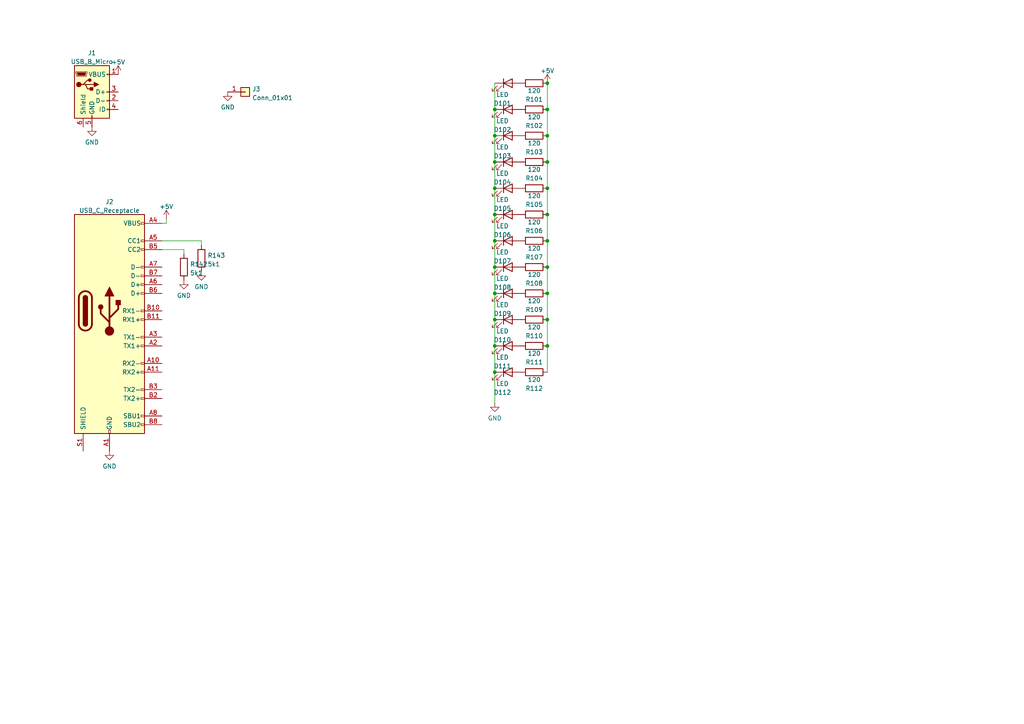
<source format=kicad_sch>
(kicad_sch (version 20211123) (generator eeschema)
  (paper "A4")
  (lib_symbols
    (symbol "Connector:USB_B_Micro" (pin_names (offset 1.016))
      (property "Reference" "J" (at -5.08 11.43 0))
      (property "Value" "USB_B_Micro" (at -5.08 8.89 0))
      (symbol "USB_B_Micro_0_1"
        (rectangle (start -5.08 -7.62) (end 5.08 7.62) (stroke (width 0.254)) (fill (type background)))
        (circle (center -3.81 2.159) (radius 0.635) (stroke (width 0.254)) (fill (type outline)))
        (circle (center -0.635 3.429) (radius 0.381) (stroke (width 0.254)) (fill (type outline)))
        (rectangle (start -0.127 -7.62) (end 0.127 -6.858))
        (polyline (pts (xy -1.905 2.159) (xy 0.635 2.159)) (stroke (width 0.254)))
        (polyline (pts (xy -3.175 2.159) (xy -2.54 2.159) (xy -1.27 3.429) (xy -0.635 3.429)) (stroke (width 0.254)))
        (polyline (pts (xy -2.54 2.159) (xy -1.905 2.159) (xy -1.27 0.889) (xy 0 0.889)) (stroke (width 0.254)))
        (polyline (pts (xy 0.635 2.794) (xy 0.635 1.524) (xy 1.905 2.159) (xy 0.635 2.794)) (stroke (width 0.254)) (fill (type outline)))
        (polyline (pts (xy -4.318 5.588) (xy -1.778 5.588) (xy -2.032 4.826) (xy -4.064 4.826) (xy -4.318 5.588)) (fill (type outline)))
        (polyline (pts (xy -4.699 5.842) (xy -4.699 5.588) (xy -4.445 4.826) (xy -4.445 4.572) (xy -1.651 4.572) (xy -1.651 4.826) (xy -1.397 5.588) (xy -1.397 5.842) (xy -4.699 5.842)))
        (rectangle (start 0.254 1.27) (end -0.508 0.508) (stroke (width 0.254)) (fill (type outline)))
        (rectangle (start 5.08 -5.207) (end 4.318 -4.953))
        (rectangle (start 5.08 -2.667) (end 4.318 -2.413))
        (rectangle (start 5.08 -0.127) (end 4.318 0.127))
        (rectangle (start 5.08 4.953) (end 4.318 5.207))
      )
      (symbol "USB_B_Micro_1_1"
        (pin power_out line (at 7.62 5.08 180) (length 2.54) (name "VBUS") (number "1"))
        (pin bidirectional line (at 7.62 -2.54 180) (length 2.54) (name "D-") (number "2"))
        (pin bidirectional line (at 7.62 0 180) (length 2.54) (name "D+") (number "3"))
        (pin passive line (at 7.62 -5.08 180) (length 2.54) (name "ID") (number "4"))
        (pin power_out line (at 0 -10.16 90) (length 2.54) (name "GND") (number "5"))
        (pin passive line (at -2.54 -10.16 90) (length 2.54) (name "Shield") (number "6"))
      )
    )
    (symbol "Connector:USB_C_Receptacle" (pin_names (offset 1.016))
      (property "Reference" "J" (at -10.16 29.21 0))
      (property "Value" "USB_C_Receptacle" (at 10.16 29.21 0))
      (symbol "USB_C_Receptacle_0_0"
        (rectangle (start -0.254 -35.56) (end 0.254 -34.544))
        (rectangle (start 10.16 -32.766) (end 9.144 -33.274))
        (rectangle (start 10.16 -30.226) (end 9.144 -30.734))
        (rectangle (start 10.16 -25.146) (end 9.144 -25.654))
        (rectangle (start 10.16 -22.606) (end 9.144 -23.114))
        (rectangle (start 10.16 -17.526) (end 9.144 -18.034))
        (rectangle (start 10.16 -14.986) (end 9.144 -15.494))
        (rectangle (start 10.16 -9.906) (end 9.144 -10.414))
        (rectangle (start 10.16 -7.366) (end 9.144 -7.874))
        (rectangle (start 10.16 -2.286) (end 9.144 -2.794))
        (rectangle (start 10.16 0.254) (end 9.144 -0.254))
        (rectangle (start 10.16 5.334) (end 9.144 4.826))
        (rectangle (start 10.16 7.874) (end 9.144 7.366))
        (rectangle (start 10.16 10.414) (end 9.144 9.906))
        (rectangle (start 10.16 12.954) (end 9.144 12.446))
        (rectangle (start 10.16 18.034) (end 9.144 17.526))
        (rectangle (start 10.16 20.574) (end 9.144 20.066))
        (rectangle (start 10.16 25.654) (end 9.144 25.146))
      )
      (symbol "USB_C_Receptacle_0_1"
        (rectangle (start -10.16 27.94) (end 10.16 -35.56) (stroke (width 0.254)) (fill (type background)))
        (arc (start -8.89 -3.81) (mid -6.985 -5.715) (end -5.08 -3.81) (stroke (width 0.508)))
        (arc (start -7.62 -3.81) (mid -6.985 -4.445) (end -6.35 -3.81) (stroke (width 0.254)))
        (arc (start -7.62 -3.81) (mid -6.985 -4.445) (end -6.35 -3.81) (stroke (width 0.254)) (fill (type outline)))
        (rectangle (start -7.62 -3.81) (end -6.35 3.81) (stroke (width 0.254)) (fill (type outline)))
        (arc (start -6.35 3.81) (mid -6.985 4.445) (end -7.62 3.81) (stroke (width 0.254)))
        (arc (start -6.35 3.81) (mid -6.985 4.445) (end -7.62 3.81) (stroke (width 0.254)) (fill (type outline)))
        (arc (start -5.08 3.81) (mid -6.985 5.715) (end -8.89 3.81) (stroke (width 0.508)))
        (polyline (pts (xy -8.89 -3.81) (xy -8.89 3.81)) (stroke (width 0.508)))
        (polyline (pts (xy -5.08 3.81) (xy -5.08 -3.81)) (stroke (width 0.508)))
      )
      (symbol "USB_C_Receptacle_1_1"
        (circle (center -2.54 1.143) (radius 0.635) (stroke (width 0.254)) (fill (type outline)))
        (circle (center 0 -5.842) (radius 1.27) (fill (type outline)))
        (polyline (pts (xy 0 -5.842) (xy 0 4.318)) (stroke (width 0.508)))
        (polyline (pts (xy 0 -3.302) (xy -2.54 -0.762) (xy -2.54 0.508)) (stroke (width 0.508)))
        (polyline (pts (xy 0 -2.032) (xy 2.54 0.508) (xy 2.54 1.778)) (stroke (width 0.508)))
        (polyline (pts (xy -1.27 4.318) (xy 0 6.858) (xy 1.27 4.318) (xy -1.27 4.318)) (stroke (width 0.254)) (fill (type outline)))
        (rectangle (start 1.905 1.778) (end 3.175 3.048) (stroke (width 0.254)) (fill (type outline)))
        (pin passive line (at 0 -40.64 90) (length 5.08) (name "GND") (number "A1"))
        (pin bidirectional line (at 15.24 -15.24 180) (length 5.08) (name "RX2-") (number "A10"))
        (pin bidirectional line (at 15.24 -17.78 180) (length 5.08) (name "RX2+") (number "A11"))
        (pin passive line (at 0 -40.64 90) (length 5.08) hide (name "GND") (number "A12"))
        (pin bidirectional line (at 15.24 -10.16 180) (length 5.08) (name "TX1+") (number "A2"))
        (pin bidirectional line (at 15.24 -7.62 180) (length 5.08) (name "TX1-") (number "A3"))
        (pin passive line (at 15.24 25.4 180) (length 5.08) (name "VBUS") (number "A4"))
        (pin bidirectional line (at 15.24 20.32 180) (length 5.08) (name "CC1") (number "A5"))
        (pin bidirectional line (at 15.24 7.62 180) (length 5.08) (name "D+") (number "A6"))
        (pin bidirectional line (at 15.24 12.7 180) (length 5.08) (name "D-") (number "A7"))
        (pin bidirectional line (at 15.24 -30.48 180) (length 5.08) (name "SBU1") (number "A8"))
        (pin passive line (at 15.24 25.4 180) (length 5.08) hide (name "VBUS") (number "A9"))
        (pin passive line (at 0 -40.64 90) (length 5.08) hide (name "GND") (number "B1"))
        (pin bidirectional line (at 15.24 0 180) (length 5.08) (name "RX1-") (number "B10"))
        (pin bidirectional line (at 15.24 -2.54 180) (length 5.08) (name "RX1+") (number "B11"))
        (pin passive line (at 0 -40.64 90) (length 5.08) hide (name "GND") (number "B12"))
        (pin bidirectional line (at 15.24 -25.4 180) (length 5.08) (name "TX2+") (number "B2"))
        (pin bidirectional line (at 15.24 -22.86 180) (length 5.08) (name "TX2-") (number "B3"))
        (pin passive line (at 15.24 25.4 180) (length 5.08) hide (name "VBUS") (number "B4"))
        (pin bidirectional line (at 15.24 17.78 180) (length 5.08) (name "CC2") (number "B5"))
        (pin bidirectional line (at 15.24 5.08 180) (length 5.08) (name "D+") (number "B6"))
        (pin bidirectional line (at 15.24 10.16 180) (length 5.08) (name "D-") (number "B7"))
        (pin bidirectional line (at 15.24 -33.02 180) (length 5.08) (name "SBU2") (number "B8"))
        (pin passive line (at 15.24 25.4 180) (length 5.08) hide (name "VBUS") (number "B9"))
        (pin passive line (at -7.62 -40.64 90) (length 5.08) (name "SHIELD") (number "S1"))
      )
    )
    (symbol "Connector_Generic:Conn_01x01" (pin_names (offset 1.016) hide)
      (property "Reference" "J" (at 0 2.54 0))
      (property "Value" "Conn_01x01" (at 0 -2.54 0))
      (symbol "Conn_01x01_1_1"
        (rectangle (start -1.27 0.127) (end 0 -0.127) (stroke (width 0.1524)))
        (rectangle (start -1.27 1.27) (end 1.27 -1.27) (stroke (width 0.254)) (fill (type background)))
        (pin passive line (at -5.08 0 0) (length 3.81) (name "Pin_1") (number "1"))
      )
    )
    (symbol "Device:LED" (pin_numbers hide) (pin_names (offset 1.016) hide)
      (property "Reference" "D" (at 0 2.54 0))
      (property "Value" "LED" (at 0 -2.54 0))
      (symbol "LED_0_1"
        (polyline (pts (xy -1.27 -1.27) (xy -1.27 1.27)) (stroke (width 0.254)))
        (polyline (pts (xy -1.27 0) (xy 1.27 0)))
        (polyline (pts (xy 1.27 -1.27) (xy 1.27 1.27) (xy -1.27 0) (xy 1.27 -1.27)) (stroke (width 0.254)))
        (polyline (pts (xy -3.048 -0.762) (xy -4.572 -2.286) (xy -3.81 -2.286) (xy -4.572 -2.286) (xy -4.572 -1.524)))
        (polyline (pts (xy -1.778 -0.762) (xy -3.302 -2.286) (xy -2.54 -2.286) (xy -3.302 -2.286) (xy -3.302 -1.524)))
      )
      (symbol "LED_1_1"
        (pin passive line (at -3.81 0 0) (length 2.54) (name "K") (number "1"))
        (pin passive line (at 3.81 0 180) (length 2.54) (name "A") (number "2"))
      )
    )
    (symbol "Device:R" (pin_numbers hide) (pin_names (offset 0))
      (property "Reference" "R" (at 2.032 0 90))
      (property "Value" "R" (at 0 0 90))
      (symbol "R_0_1"
        (rectangle (start -1.016 -2.54) (end 1.016 2.54) (stroke (width 0.254)))
      )
      (symbol "R_1_1"
        (pin passive line (at 0 3.81 270) (length 1.27) (name "~") (number "1"))
        (pin passive line (at 0 -3.81 90) (length 1.27) (name "~") (number "2"))
      )
    )
    (symbol "power:+5V" (power) (pin_names (offset 0))
      (property "Value" "+5V" (at 0 3.556 0))
      (symbol "+5V_0_1"
        (polyline (pts (xy -0.762 1.27) (xy 0 2.54)))
        (polyline (pts (xy 0 0) (xy 0 2.54)))
        (polyline (pts (xy 0 2.54) (xy 0.762 1.27)))
      )
      (symbol "+5V_1_1"
        (pin power_in line (at 0 0 90) (length 0) hide (name "+5V") (number "1"))
      )
    )
    (symbol "power:GND" (power) (pin_names (offset 0))
      (property "Value" "GND" (at 0 -3.81 0))
      (symbol "GND_0_1"
        (polyline (pts (xy 0 0) (xy 0 -1.27) (xy 1.27 -1.27) (xy 0 -2.54) (xy -1.27 -1.27) (xy 0 -1.27)))
      )
      (symbol "GND_1_1"
        (pin power_in line (at 0 0 270) (length 0) hide (name "GND") (number "1"))
      )
    )
  )
  (junction (at 143.51 46.99))
  (junction (at 143.51 92.71))
  (junction (at 158.75 39.37))
  (junction (at 158.75 100.33))
  (junction (at 143.51 107.95))
  (junction (at 158.75 62.23))
  (junction (at 158.75 31.75))
  (junction (at 158.75 92.71))
  (junction (at 143.51 39.37))
  (junction (at 158.75 77.47))
  (junction (at 143.51 62.23))
  (junction (at 158.75 54.61))
  (junction (at 158.75 85.09))
  (junction (at 143.51 100.33))
  (junction (at 143.51 69.85))
  (junction (at 143.51 54.61))
  (junction (at 158.75 69.85))
  (junction (at 158.75 46.99))
  (junction (at 143.51 77.47))
  (junction (at 143.51 31.75))
  (junction (at 158.75 24.13))
  (junction (at 143.51 85.09))
  (wire (pts (xy 158.75 31.75) (xy 158.75 39.37)))
  (wire (pts (xy 143.51 107.95) (xy 143.51 116.84)))
  (wire (pts (xy 46.99 64.77) (xy 48.26 64.77)))
  (wire (pts (xy 58.42 69.85) (xy 58.42 71.12)))
  (wire (pts (xy 158.75 85.09) (xy 158.75 92.71)))
  (wire (pts (xy 158.75 92.71) (xy 158.75 100.33)))
  (wire (pts (xy 143.51 85.09) (xy 143.51 92.71)))
  (wire (pts (xy 158.75 100.33) (xy 158.75 107.95)))
  (wire (pts (xy 143.51 31.75) (xy 143.51 39.37)))
  (wire (pts (xy 158.75 54.61) (xy 158.75 62.23)))
  (wire (pts (xy 143.51 54.61) (xy 143.51 62.23)))
  (wire (pts (xy 143.51 39.37) (xy 143.51 46.99)))
  (wire (pts (xy 143.51 62.23) (xy 143.51 69.85)))
  (wire (pts (xy 143.51 100.33) (xy 143.51 107.95)))
  (wire (pts (xy 53.34 72.39) (xy 53.34 73.66)))
  (wire (pts (xy 158.75 39.37) (xy 158.75 46.99)))
  (wire (pts (xy 46.99 69.85) (xy 58.42 69.85)))
  (wire (pts (xy 158.75 77.47) (xy 158.75 85.09)))
  (wire (pts (xy 158.75 62.23) (xy 158.75 69.85)))
  (wire (pts (xy 158.75 24.13) (xy 158.75 31.75)))
  (wire (pts (xy 143.51 24.13) (xy 143.51 31.75)))
  (wire (pts (xy 48.26 63.5) (xy 48.26 64.77)))
  (wire (pts (xy 143.51 77.47) (xy 143.51 85.09)))
  (wire (pts (xy 143.51 46.99) (xy 143.51 54.61)))
  (wire (pts (xy 46.99 72.39) (xy 53.34 72.39)))
  (wire (pts (xy 143.51 92.71) (xy 143.51 100.33)))
  (wire (pts (xy 143.51 69.85) (xy 143.51 77.47)))
  (wire (pts (xy 158.75 46.99) (xy 158.75 54.61)))
  (wire (pts (xy 158.75 69.85) (xy 158.75 77.47)))
  (symbol (lib_id "Device:LED") (at 147.32 85.09 0) (unit 1)
    (property "Reference" "D109" (at 145.7325 90.9488 0))
    (property "Value" "LED" (at 145.7325 88.4119 0))
    (property "Footprint" "meteopress:D_0802_side_woSilk_C965872" (effects hide))
    (property "LCSC" "C965872" (effects hide))
  )
  (symbol (lib_id "Connector_Generic:Conn_01x01") (at 71.12 26.67 0) (unit 1)
    (property "Reference" "J3" (at 73.152 25.8353 0) (effects (justify left)))
    (property "Value" "Conn_01x01" (at 73.152 28.3722 0) (effects (justify left)))
    (property "Footprint" "meteopress:MeteopressLogo_Bare_Inv_60x6" (effects hide))
  )
  (symbol (lib_id "Device:R") (at 58.42 74.93 180) (unit 1)
    (property "Reference" "R143" (at 60.198 74.0953 0) (effects (justify right)))
    (property "Value" "5k1" (at 60.198 76.6322 0) (effects (justify right)))
    (property "Footprint" "meteopress:D_0402_woSilk" (effects hide))
    (property "LCSC" "C144745" (effects hide))
  )
  (symbol (lib_id "power:GND") (at 53.34 81.28 0) (unit 1)
    (property "Reference" "#PWR0107" (effects hide))
    (property "Value" "GND" (at 53.34 85.7234 0))
  )
  (symbol (lib_id "power:+5V") (at 48.26 63.5 0) (unit 1)
    (property "Reference" "#PWR0103" (effects hide))
    (property "Value" "+5V" (at 48.26 59.9242 0))
  )
  (symbol (lib_id "power:GND") (at 58.42 78.74 0) (unit 1)
    (property "Reference" "#PWR01" (effects hide))
    (property "Value" "GND" (at 58.42 83.1834 0))
  )
  (symbol (lib_id "Device:R") (at 154.94 31.75 90) (unit 1)
    (property "Reference" "R102" (at 154.94 36.4658 90))
    (property "Value" "120" (at 154.94 33.9289 90))
    (property "Footprint" "meteopress:R_0201_woSilk" (effects hide))
    (property "LCSC" "C226406" (effects hide))
  )
  (symbol (lib_id "Device:LED") (at 147.32 24.13 0) (unit 1)
    (property "Reference" "D101" (at 145.7325 29.9888 0))
    (property "Value" "LED" (at 145.7325 27.4519 0))
    (property "Footprint" "meteopress:D_0802_side_woSilk_C965872" (effects hide))
    (property "LCSC" "C965872" (effects hide))
  )
  (symbol (lib_id "Device:R") (at 154.94 54.61 90) (unit 1)
    (property "Reference" "R105" (at 154.94 59.3258 90))
    (property "Value" "120" (at 154.94 56.7889 90))
    (property "Footprint" "meteopress:R_0201_woSilk" (effects hide))
    (property "LCSC" "C226406" (effects hide))
  )
  (symbol (lib_id "power:GND") (at 26.67 36.83 0) (unit 1)
    (property "Reference" "#PWR0102" (effects hide))
    (property "Value" "GND" (at 26.67 41.2734 0))
  )
  (symbol (lib_id "power:GND") (at 143.51 116.84 0) (unit 1)
    (property "Reference" "#PWR0106" (effects hide))
    (property "Value" "GND" (at 143.51 121.2834 0))
  )
  (symbol (lib_id "Device:LED") (at 147.32 39.37 0) (unit 1)
    (property "Reference" "D103" (at 145.7325 45.2288 0))
    (property "Value" "LED" (at 145.7325 42.6919 0))
    (property "Footprint" "meteopress:D_0802_side_woSilk_C965872" (effects hide))
    (property "LCSC" "C965872" (effects hide))
  )
  (symbol (lib_id "Connector:USB_B_Micro") (at 26.67 26.67 0) (unit 1)
    (property "Reference" "J1" (at 26.67 15.3502 0))
    (property "Value" "USB_B_Micro" (at 26.67 17.8871 0))
    (property "Footprint" "meteopress:PCB-USB-micro" (effects hide))
  )
  (symbol (lib_id "Device:R") (at 154.94 107.95 90) (unit 1)
    (property "Reference" "R112" (at 154.94 112.6658 90))
    (property "Value" "120" (at 154.94 110.1289 90))
    (property "Footprint" "meteopress:R_0201_woSilk" (effects hide))
    (property "LCSC" "C226406" (effects hide))
  )
  (symbol (lib_id "power:+5V") (at 158.75 24.13 0) (unit 1)
    (property "Reference" "#PWR0105" (effects hide))
    (property "Value" "+5V" (at 158.75 20.5542 0))
  )
  (symbol (lib_id "Device:R") (at 154.94 85.09 90) (unit 1)
    (property "Reference" "R109" (at 154.94 89.8058 90))
    (property "Value" "120" (at 154.94 87.2689 90))
    (property "Footprint" "meteopress:R_0201_woSilk" (effects hide))
    (property "LCSC" "C226406" (effects hide))
  )
  (symbol (lib_id "Connector:USB_C_Receptacle") (at 31.75 90.17 0) (unit 1)
    (property "Reference" "J2" (at 31.75 58.5302 0))
    (property "Value" "USB_C_Receptacle" (at 31.75 61.0671 0))
    (property "Footprint" "meteopress:PCB-USB-C_straight" (effects hide))
    (property "Datasheet" "https://www.usb.org/sites/default/files/documents/usb_type-c.zip" (effects hide))
  )
  (symbol (lib_id "Device:LED") (at 147.32 46.99 0) (unit 1)
    (property "Reference" "D104" (at 145.7325 52.8488 0))
    (property "Value" "LED" (at 145.7325 50.3119 0))
    (property "Footprint" "meteopress:D_0802_side_woSilk_C965872" (effects hide))
    (property "LCSC" "C965872" (effects hide))
  )
  (symbol (lib_id "power:GND") (at 31.75 130.81 0) (unit 1)
    (property "Reference" "#PWR0104" (effects hide))
    (property "Value" "GND" (at 31.75 135.2534 0))
  )
  (symbol (lib_id "Device:R") (at 154.94 69.85 90) (unit 1)
    (property "Reference" "R107" (at 154.94 74.5658 90))
    (property "Value" "120" (at 154.94 72.0289 90))
    (property "Footprint" "meteopress:R_0201_woSilk" (effects hide))
    (property "LCSC" "C226406" (effects hide))
  )
  (symbol (lib_id "Device:R") (at 154.94 100.33 90) (unit 1)
    (property "Reference" "R111" (at 154.94 105.0458 90))
    (property "Value" "120" (at 154.94 102.5089 90))
    (property "Footprint" "meteopress:R_0201_woSilk" (effects hide))
    (property "LCSC" "C226406" (effects hide))
  )
  (symbol (lib_id "Device:LED") (at 147.32 54.61 0) (unit 1)
    (property "Reference" "D105" (at 145.7325 60.4688 0))
    (property "Value" "LED" (at 145.7325 57.9319 0))
    (property "Footprint" "meteopress:D_0802_side_woSilk_C965872" (effects hide))
    (property "LCSC" "C965872" (effects hide))
  )
  (symbol (lib_id "power:GND") (at 66.04 26.67 0) (unit 1)
    (property "Reference" "#PWR0108" (effects hide))
    (property "Value" "GND" (at 66.04 31.1134 0))
  )
  (symbol (lib_id "Device:LED") (at 147.32 69.85 0) (unit 1)
    (property "Reference" "D107" (at 145.7325 75.7088 0))
    (property "Value" "LED" (at 145.7325 73.1719 0))
    (property "Footprint" "meteopress:D_0802_side_woSilk_C965872" (effects hide))
    (property "LCSC" "C965872" (effects hide))
  )
  (symbol (lib_id "power:+5V") (at 34.29 21.59 0) (unit 1)
    (property "Reference" "#PWR0101" (effects hide))
    (property "Value" "+5V" (at 34.29 18.0142 0))
  )
  (symbol (lib_id "Device:LED") (at 147.32 100.33 0) (unit 1)
    (property "Reference" "D111" (at 145.7325 106.1888 0))
    (property "Value" "LED" (at 145.7325 103.6519 0))
    (property "Footprint" "meteopress:D_0802_side_woSilk_C965872" (effects hide))
    (property "LCSC" "C965872" (effects hide))
  )
  (symbol (lib_id "Device:R") (at 154.94 77.47 90) (unit 1)
    (property "Reference" "R108" (at 154.94 82.1858 90))
    (property "Value" "120" (at 154.94 79.6489 90))
    (property "Footprint" "meteopress:R_0201_woSilk" (effects hide))
    (property "LCSC" "C226406" (effects hide))
  )
  (symbol (lib_id "Device:R") (at 53.34 77.47 180) (unit 1)
    (property "Reference" "R142" (at 55.118 76.6353 0) (effects (justify right)))
    (property "Value" "5k1" (at 55.118 79.1722 0) (effects (justify right)))
    (property "Footprint" "meteopress:D_0402_woSilk" (effects hide))
    (property "LCSC" "C144745" (effects hide))
  )
  (symbol (lib_id "Device:LED") (at 147.32 107.95 0) (unit 1)
    (property "Reference" "D112" (at 145.7325 113.8088 0))
    (property "Value" "LED" (at 145.7325 111.2719 0))
    (property "Footprint" "meteopress:D_0802_side_woSilk_C965872" (effects hide))
    (property "LCSC" "C965872" (effects hide))
  )
  (symbol (lib_id "Device:R") (at 154.94 46.99 90) (unit 1)
    (property "Reference" "R104" (at 154.94 51.7058 90))
    (property "Value" "120" (at 154.94 49.1689 90))
    (property "Footprint" "meteopress:R_0201_woSilk" (effects hide))
    (property "LCSC" "C226406" (effects hide))
  )
  (symbol (lib_id "Device:LED") (at 147.32 62.23 0) (unit 1)
    (property "Reference" "D106" (at 145.7325 68.0888 0))
    (property "Value" "LED" (at 145.7325 65.5519 0))
    (property "Footprint" "meteopress:D_0802_side_woSilk_C965872" (effects hide))
    (property "LCSC" "C965872" (effects hide))
  )
  (symbol (lib_id "Device:LED") (at 147.32 92.71 0) (unit 1)
    (property "Reference" "D110" (at 145.7325 98.5688 0))
    (property "Value" "LED" (at 145.7325 96.0319 0))
    (property "Footprint" "meteopress:D_0802_side_woSilk_C965872" (effects hide))
    (property "LCSC" "C965872" (effects hide))
  )
  (symbol (lib_id "Device:R") (at 154.94 39.37 90) (unit 1)
    (property "Reference" "R103" (at 154.94 44.0858 90))
    (property "Value" "120" (at 154.94 41.5489 90))
    (property "Footprint" "meteopress:R_0201_woSilk" (effects hide))
    (property "LCSC" "C226406" (effects hide))
  )
  (symbol (lib_id "Device:LED") (at 147.32 31.75 0) (unit 1)
    (property "Reference" "D102" (at 145.7325 37.6088 0))
    (property "Value" "LED" (at 145.7325 35.0719 0))
    (property "Footprint" "meteopress:D_0802_side_woSilk_C965872" (effects hide))
    (property "LCSC" "C965872" (effects hide))
  )
  (symbol (lib_id "Device:R") (at 154.94 92.71 90) (unit 1)
    (property "Reference" "R110" (at 154.94 97.4258 90))
    (property "Value" "120" (at 154.94 94.8889 90))
    (property "Footprint" "meteopress:R_0201_woSilk" (effects hide))
    (property "LCSC" "C226406" (effects hide))
  )
  (symbol (lib_id "Device:R") (at 154.94 62.23 90) (unit 1)
    (property "Reference" "R106" (at 154.94 66.9458 90))
    (property "Value" "120" (at 154.94 64.4089 90))
    (property "Footprint" "meteopress:R_0201_woSilk" (effects hide))
    (property "LCSC" "C226406" (effects hide))
  )
  (symbol (lib_id "Device:LED") (at 147.32 77.47 0) (unit 1)
    (property "Reference" "D108" (at 145.7325 83.3288 0))
    (property "Value" "LED" (at 145.7325 80.7919 0))
    (property "Footprint" "meteopress:D_0802_side_woSilk_C965872" (effects hide))
    (property "LCSC" "C965872" (effects hide))
  )
  (symbol (lib_id "Device:R") (at 154.94 24.13 90) (unit 1)
    (property "Reference" "R101" (at 154.94 28.8458 90))
    (property "Value" "120" (at 154.94 26.3089 90))
    (property "Footprint" "meteopress:R_0201_woSilk" (effects hide))
    (property "LCSC" "C226406" (effects hide))
  )
)
</source>
